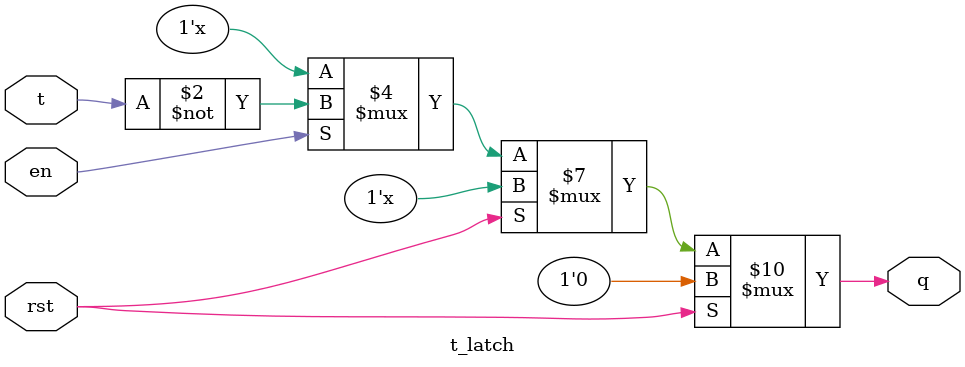
<source format=v>
module t_latch(input t,en,rst, output reg q);
always @(*) begin
	if(rst) q=0;
	else if (en) q=~t;
end
endmodule

</source>
